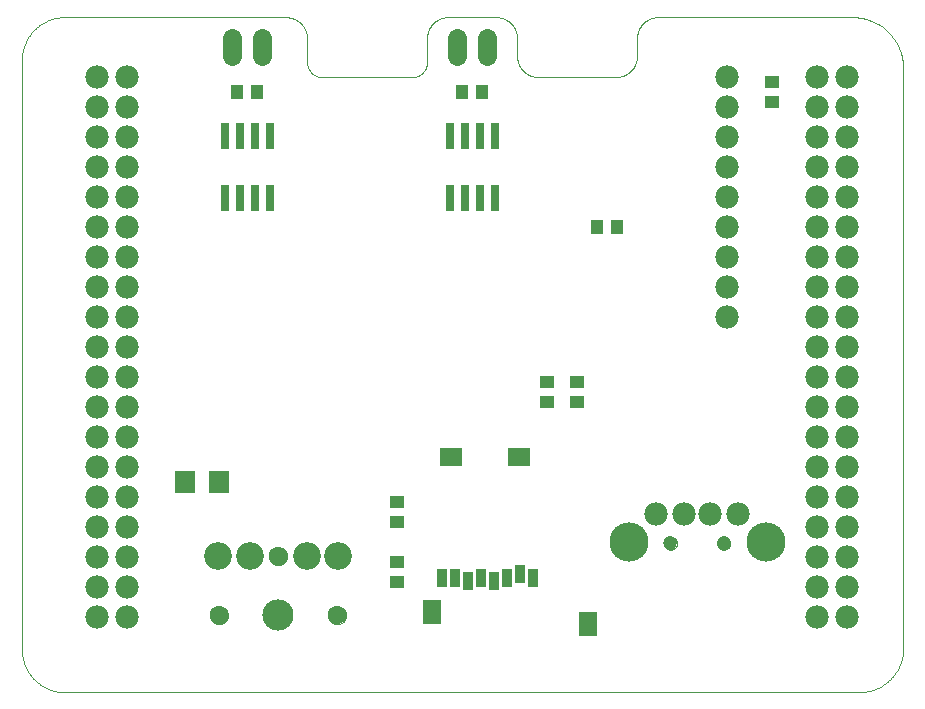
<source format=gts>
G75*
%MOIN*%
%OFA0B0*%
%FSLAX25Y25*%
%IPPOS*%
%LPD*%
%AMOC8*
5,1,8,0,0,1.08239X$1,22.5*
%
%ADD10C,0.00000*%
%ADD11C,0.07800*%
%ADD12R,0.03550X0.06306*%
%ADD13R,0.07487X0.05912*%
%ADD14R,0.05912X0.07880*%
%ADD15R,0.04731X0.04337*%
%ADD16R,0.04337X0.04731*%
%ADD17C,0.13061*%
%ADD18C,0.04731*%
%ADD19C,0.10400*%
%ADD20C,0.09258*%
%ADD21C,0.06306*%
%ADD22R,0.06699X0.07487*%
%ADD23R,0.02800X0.09100*%
%ADD24C,0.06337*%
D10*
X0015942Y0021479D02*
X0280916Y0021479D01*
X0280916Y0021478D02*
X0281268Y0021482D01*
X0281621Y0021495D01*
X0281972Y0021516D01*
X0282324Y0021546D01*
X0282674Y0021584D01*
X0283023Y0021631D01*
X0283371Y0021686D01*
X0283718Y0021750D01*
X0284063Y0021822D01*
X0284406Y0021902D01*
X0284748Y0021990D01*
X0285087Y0022087D01*
X0285423Y0022192D01*
X0285757Y0022305D01*
X0286088Y0022426D01*
X0286416Y0022555D01*
X0286741Y0022692D01*
X0287062Y0022836D01*
X0287380Y0022989D01*
X0287694Y0023149D01*
X0288004Y0023316D01*
X0288310Y0023491D01*
X0288612Y0023674D01*
X0288909Y0023863D01*
X0289201Y0024060D01*
X0289489Y0024263D01*
X0289771Y0024474D01*
X0290049Y0024691D01*
X0290321Y0024915D01*
X0290588Y0025146D01*
X0290849Y0025383D01*
X0291104Y0025626D01*
X0291353Y0025875D01*
X0291596Y0026130D01*
X0291833Y0026391D01*
X0292064Y0026658D01*
X0292288Y0026930D01*
X0292505Y0027208D01*
X0292716Y0027490D01*
X0292919Y0027778D01*
X0293116Y0028070D01*
X0293305Y0028367D01*
X0293488Y0028669D01*
X0293663Y0028975D01*
X0293830Y0029285D01*
X0293990Y0029599D01*
X0294143Y0029917D01*
X0294287Y0030238D01*
X0294424Y0030563D01*
X0294553Y0030891D01*
X0294674Y0031222D01*
X0294787Y0031556D01*
X0294892Y0031892D01*
X0294989Y0032231D01*
X0295077Y0032573D01*
X0295157Y0032916D01*
X0295229Y0033261D01*
X0295293Y0033608D01*
X0295348Y0033956D01*
X0295395Y0034305D01*
X0295433Y0034655D01*
X0295463Y0035007D01*
X0295484Y0035358D01*
X0295497Y0035711D01*
X0295501Y0036063D01*
X0295501Y0229508D01*
X0295496Y0229924D01*
X0295481Y0230339D01*
X0295455Y0230754D01*
X0295419Y0231168D01*
X0295374Y0231581D01*
X0295318Y0231993D01*
X0295252Y0232403D01*
X0295176Y0232812D01*
X0295090Y0233218D01*
X0294994Y0233623D01*
X0294888Y0234025D01*
X0294772Y0234424D01*
X0294647Y0234820D01*
X0294511Y0235213D01*
X0294367Y0235603D01*
X0294212Y0235989D01*
X0294049Y0236371D01*
X0293876Y0236748D01*
X0293693Y0237122D01*
X0293502Y0237491D01*
X0293302Y0237855D01*
X0293092Y0238214D01*
X0292874Y0238568D01*
X0292648Y0238916D01*
X0292413Y0239259D01*
X0292169Y0239596D01*
X0291918Y0239927D01*
X0291658Y0240251D01*
X0291391Y0240570D01*
X0291115Y0240881D01*
X0290833Y0241185D01*
X0290542Y0241483D01*
X0290245Y0241773D01*
X0289940Y0242056D01*
X0289629Y0242332D01*
X0289311Y0242599D01*
X0288987Y0242859D01*
X0288656Y0243111D01*
X0288319Y0243354D01*
X0287977Y0243590D01*
X0287628Y0243816D01*
X0287275Y0244035D01*
X0286916Y0244244D01*
X0286552Y0244444D01*
X0286183Y0244636D01*
X0285809Y0244818D01*
X0285431Y0244992D01*
X0285049Y0245155D01*
X0284664Y0245310D01*
X0284274Y0245455D01*
X0283881Y0245590D01*
X0283485Y0245716D01*
X0283086Y0245832D01*
X0282684Y0245938D01*
X0282280Y0246034D01*
X0281873Y0246120D01*
X0281465Y0246196D01*
X0281054Y0246263D01*
X0280642Y0246319D01*
X0280229Y0246365D01*
X0279815Y0246401D01*
X0279400Y0246426D01*
X0278985Y0246442D01*
X0278570Y0246447D01*
X0278569Y0246447D02*
X0213874Y0246476D01*
X0213704Y0246474D01*
X0213533Y0246468D01*
X0213362Y0246458D01*
X0213192Y0246443D01*
X0213022Y0246425D01*
X0212852Y0246402D01*
X0212684Y0246376D01*
X0212515Y0246345D01*
X0212348Y0246310D01*
X0212182Y0246271D01*
X0212016Y0246229D01*
X0211852Y0246182D01*
X0211688Y0246131D01*
X0211526Y0246076D01*
X0211366Y0246018D01*
X0211207Y0245955D01*
X0211049Y0245889D01*
X0210893Y0245819D01*
X0210739Y0245745D01*
X0210587Y0245667D01*
X0210436Y0245586D01*
X0210288Y0245501D01*
X0210142Y0245413D01*
X0209998Y0245321D01*
X0209856Y0245226D01*
X0209716Y0245127D01*
X0209579Y0245025D01*
X0209444Y0244920D01*
X0209312Y0244811D01*
X0209183Y0244699D01*
X0209056Y0244584D01*
X0208933Y0244466D01*
X0208812Y0244346D01*
X0208694Y0244222D01*
X0208579Y0244095D01*
X0208467Y0243966D01*
X0208358Y0243834D01*
X0208253Y0243699D01*
X0208151Y0243562D01*
X0208052Y0243423D01*
X0207957Y0243281D01*
X0207865Y0243137D01*
X0207776Y0242991D01*
X0207691Y0242842D01*
X0207610Y0242692D01*
X0207532Y0242540D01*
X0207459Y0242386D01*
X0207388Y0242230D01*
X0207322Y0242072D01*
X0207259Y0241913D01*
X0207201Y0241752D01*
X0207146Y0241591D01*
X0207095Y0241427D01*
X0207048Y0241263D01*
X0207005Y0241098D01*
X0206966Y0240931D01*
X0206932Y0240764D01*
X0206901Y0240596D01*
X0206874Y0240427D01*
X0206851Y0240257D01*
X0206833Y0240087D01*
X0206818Y0239917D01*
X0206808Y0239746D01*
X0206802Y0239576D01*
X0206800Y0239405D01*
X0206800Y0233550D01*
X0206798Y0233379D01*
X0206792Y0233208D01*
X0206781Y0233038D01*
X0206767Y0232868D01*
X0206748Y0232698D01*
X0206726Y0232528D01*
X0206699Y0232360D01*
X0206668Y0232191D01*
X0206633Y0232024D01*
X0206595Y0231858D01*
X0206552Y0231692D01*
X0206505Y0231528D01*
X0206454Y0231365D01*
X0206399Y0231203D01*
X0206340Y0231043D01*
X0206278Y0230884D01*
X0206212Y0230726D01*
X0206142Y0230570D01*
X0206068Y0230416D01*
X0205990Y0230264D01*
X0205909Y0230114D01*
X0205824Y0229965D01*
X0205736Y0229819D01*
X0205644Y0229675D01*
X0205548Y0229533D01*
X0205450Y0229394D01*
X0205347Y0229257D01*
X0205242Y0229122D01*
X0205133Y0228990D01*
X0205022Y0228861D01*
X0204907Y0228735D01*
X0204789Y0228611D01*
X0204668Y0228490D01*
X0204544Y0228372D01*
X0204418Y0228257D01*
X0204289Y0228146D01*
X0204157Y0228037D01*
X0204022Y0227932D01*
X0203885Y0227829D01*
X0203746Y0227731D01*
X0203604Y0227635D01*
X0203460Y0227543D01*
X0203314Y0227455D01*
X0203165Y0227370D01*
X0203015Y0227289D01*
X0202863Y0227211D01*
X0202709Y0227137D01*
X0202553Y0227067D01*
X0202395Y0227001D01*
X0202236Y0226939D01*
X0202076Y0226880D01*
X0201914Y0226825D01*
X0201751Y0226774D01*
X0201587Y0226727D01*
X0201421Y0226684D01*
X0201255Y0226646D01*
X0201088Y0226611D01*
X0200919Y0226580D01*
X0200751Y0226553D01*
X0200581Y0226531D01*
X0200411Y0226512D01*
X0200241Y0226498D01*
X0200071Y0226487D01*
X0199900Y0226481D01*
X0199729Y0226479D01*
X0173871Y0226479D01*
X0173700Y0226481D01*
X0173529Y0226487D01*
X0173359Y0226498D01*
X0173189Y0226512D01*
X0173019Y0226531D01*
X0172849Y0226553D01*
X0172681Y0226580D01*
X0172512Y0226611D01*
X0172345Y0226646D01*
X0172179Y0226684D01*
X0172013Y0226727D01*
X0171849Y0226774D01*
X0171686Y0226825D01*
X0171524Y0226880D01*
X0171364Y0226939D01*
X0171205Y0227001D01*
X0171047Y0227067D01*
X0170891Y0227137D01*
X0170737Y0227211D01*
X0170585Y0227289D01*
X0170435Y0227370D01*
X0170286Y0227455D01*
X0170140Y0227543D01*
X0169996Y0227635D01*
X0169854Y0227731D01*
X0169715Y0227829D01*
X0169578Y0227932D01*
X0169443Y0228037D01*
X0169311Y0228146D01*
X0169182Y0228257D01*
X0169056Y0228372D01*
X0168932Y0228490D01*
X0168811Y0228611D01*
X0168693Y0228735D01*
X0168578Y0228861D01*
X0168467Y0228990D01*
X0168358Y0229122D01*
X0168253Y0229257D01*
X0168150Y0229394D01*
X0168052Y0229533D01*
X0167956Y0229675D01*
X0167864Y0229819D01*
X0167776Y0229965D01*
X0167691Y0230114D01*
X0167610Y0230264D01*
X0167532Y0230416D01*
X0167458Y0230570D01*
X0167388Y0230726D01*
X0167322Y0230884D01*
X0167260Y0231043D01*
X0167201Y0231203D01*
X0167146Y0231365D01*
X0167095Y0231528D01*
X0167048Y0231692D01*
X0167005Y0231858D01*
X0166967Y0232024D01*
X0166932Y0232191D01*
X0166901Y0232360D01*
X0166874Y0232528D01*
X0166852Y0232698D01*
X0166833Y0232868D01*
X0166819Y0233038D01*
X0166808Y0233208D01*
X0166802Y0233379D01*
X0166800Y0233550D01*
X0166800Y0239408D01*
X0166798Y0239579D01*
X0166792Y0239750D01*
X0166781Y0239920D01*
X0166767Y0240090D01*
X0166748Y0240260D01*
X0166726Y0240430D01*
X0166699Y0240598D01*
X0166668Y0240767D01*
X0166633Y0240934D01*
X0166595Y0241100D01*
X0166552Y0241266D01*
X0166505Y0241430D01*
X0166454Y0241593D01*
X0166399Y0241755D01*
X0166340Y0241915D01*
X0166278Y0242074D01*
X0166212Y0242232D01*
X0166142Y0242388D01*
X0166068Y0242542D01*
X0165990Y0242694D01*
X0165909Y0242844D01*
X0165824Y0242993D01*
X0165736Y0243139D01*
X0165644Y0243283D01*
X0165548Y0243425D01*
X0165450Y0243564D01*
X0165347Y0243701D01*
X0165242Y0243836D01*
X0165133Y0243968D01*
X0165022Y0244097D01*
X0164907Y0244223D01*
X0164789Y0244347D01*
X0164668Y0244468D01*
X0164544Y0244586D01*
X0164418Y0244701D01*
X0164289Y0244812D01*
X0164157Y0244921D01*
X0164022Y0245026D01*
X0163885Y0245129D01*
X0163746Y0245227D01*
X0163604Y0245323D01*
X0163460Y0245415D01*
X0163314Y0245503D01*
X0163165Y0245588D01*
X0163015Y0245669D01*
X0162863Y0245747D01*
X0162709Y0245821D01*
X0162553Y0245891D01*
X0162395Y0245957D01*
X0162236Y0246019D01*
X0162076Y0246078D01*
X0161914Y0246133D01*
X0161751Y0246184D01*
X0161587Y0246231D01*
X0161421Y0246274D01*
X0161255Y0246312D01*
X0161088Y0246347D01*
X0160919Y0246378D01*
X0160751Y0246405D01*
X0160581Y0246427D01*
X0160411Y0246446D01*
X0160241Y0246460D01*
X0160071Y0246471D01*
X0159900Y0246477D01*
X0159729Y0246479D01*
X0143871Y0246479D01*
X0143700Y0246477D01*
X0143529Y0246471D01*
X0143359Y0246460D01*
X0143189Y0246446D01*
X0143019Y0246427D01*
X0142849Y0246405D01*
X0142681Y0246378D01*
X0142512Y0246347D01*
X0142345Y0246312D01*
X0142179Y0246274D01*
X0142013Y0246231D01*
X0141849Y0246184D01*
X0141686Y0246133D01*
X0141524Y0246078D01*
X0141364Y0246019D01*
X0141205Y0245957D01*
X0141047Y0245891D01*
X0140891Y0245821D01*
X0140737Y0245747D01*
X0140585Y0245669D01*
X0140435Y0245588D01*
X0140286Y0245503D01*
X0140140Y0245415D01*
X0139996Y0245323D01*
X0139854Y0245227D01*
X0139715Y0245129D01*
X0139578Y0245026D01*
X0139443Y0244921D01*
X0139311Y0244812D01*
X0139182Y0244701D01*
X0139056Y0244586D01*
X0138932Y0244468D01*
X0138811Y0244347D01*
X0138693Y0244223D01*
X0138578Y0244097D01*
X0138467Y0243968D01*
X0138358Y0243836D01*
X0138253Y0243701D01*
X0138150Y0243564D01*
X0138052Y0243425D01*
X0137956Y0243283D01*
X0137864Y0243139D01*
X0137776Y0242993D01*
X0137691Y0242844D01*
X0137610Y0242694D01*
X0137532Y0242542D01*
X0137458Y0242388D01*
X0137388Y0242232D01*
X0137322Y0242074D01*
X0137260Y0241915D01*
X0137201Y0241755D01*
X0137146Y0241593D01*
X0137095Y0241430D01*
X0137048Y0241266D01*
X0137005Y0241100D01*
X0136967Y0240934D01*
X0136932Y0240767D01*
X0136901Y0240598D01*
X0136874Y0240430D01*
X0136852Y0240260D01*
X0136833Y0240090D01*
X0136819Y0239920D01*
X0136808Y0239750D01*
X0136802Y0239579D01*
X0136800Y0239408D01*
X0136800Y0231479D01*
X0136798Y0231339D01*
X0136792Y0231199D01*
X0136782Y0231059D01*
X0136769Y0230919D01*
X0136751Y0230780D01*
X0136729Y0230641D01*
X0136704Y0230504D01*
X0136675Y0230366D01*
X0136642Y0230230D01*
X0136605Y0230095D01*
X0136564Y0229961D01*
X0136519Y0229828D01*
X0136471Y0229696D01*
X0136419Y0229566D01*
X0136364Y0229437D01*
X0136305Y0229310D01*
X0136242Y0229184D01*
X0136176Y0229060D01*
X0136107Y0228939D01*
X0136034Y0228819D01*
X0135957Y0228701D01*
X0135878Y0228586D01*
X0135795Y0228472D01*
X0135709Y0228362D01*
X0135620Y0228253D01*
X0135528Y0228147D01*
X0135433Y0228044D01*
X0135336Y0227943D01*
X0135235Y0227846D01*
X0135132Y0227751D01*
X0135026Y0227659D01*
X0134917Y0227570D01*
X0134807Y0227484D01*
X0134693Y0227401D01*
X0134578Y0227322D01*
X0134460Y0227245D01*
X0134340Y0227172D01*
X0134219Y0227103D01*
X0134095Y0227037D01*
X0133969Y0226974D01*
X0133842Y0226915D01*
X0133713Y0226860D01*
X0133583Y0226808D01*
X0133451Y0226760D01*
X0133318Y0226715D01*
X0133184Y0226674D01*
X0133049Y0226637D01*
X0132913Y0226604D01*
X0132775Y0226575D01*
X0132638Y0226550D01*
X0132499Y0226528D01*
X0132360Y0226510D01*
X0132220Y0226497D01*
X0132080Y0226487D01*
X0131940Y0226481D01*
X0131800Y0226479D01*
X0101800Y0226479D01*
X0101660Y0226481D01*
X0101520Y0226487D01*
X0101380Y0226497D01*
X0101240Y0226510D01*
X0101101Y0226528D01*
X0100962Y0226550D01*
X0100825Y0226575D01*
X0100687Y0226604D01*
X0100551Y0226637D01*
X0100416Y0226674D01*
X0100282Y0226715D01*
X0100149Y0226760D01*
X0100017Y0226808D01*
X0099887Y0226860D01*
X0099758Y0226915D01*
X0099631Y0226974D01*
X0099505Y0227037D01*
X0099381Y0227103D01*
X0099260Y0227172D01*
X0099140Y0227245D01*
X0099022Y0227322D01*
X0098907Y0227401D01*
X0098793Y0227484D01*
X0098683Y0227570D01*
X0098574Y0227659D01*
X0098468Y0227751D01*
X0098365Y0227846D01*
X0098264Y0227943D01*
X0098167Y0228044D01*
X0098072Y0228147D01*
X0097980Y0228253D01*
X0097891Y0228362D01*
X0097805Y0228472D01*
X0097722Y0228586D01*
X0097643Y0228701D01*
X0097566Y0228819D01*
X0097493Y0228939D01*
X0097424Y0229060D01*
X0097358Y0229184D01*
X0097295Y0229310D01*
X0097236Y0229437D01*
X0097181Y0229566D01*
X0097129Y0229696D01*
X0097081Y0229828D01*
X0097036Y0229961D01*
X0096995Y0230095D01*
X0096958Y0230230D01*
X0096925Y0230366D01*
X0096896Y0230504D01*
X0096871Y0230641D01*
X0096849Y0230780D01*
X0096831Y0230919D01*
X0096818Y0231059D01*
X0096808Y0231199D01*
X0096802Y0231339D01*
X0096800Y0231479D01*
X0096800Y0239396D01*
X0096798Y0239566D01*
X0096792Y0239736D01*
X0096781Y0239906D01*
X0096767Y0240076D01*
X0096749Y0240245D01*
X0096726Y0240414D01*
X0096699Y0240582D01*
X0096669Y0240749D01*
X0096634Y0240916D01*
X0096595Y0241082D01*
X0096553Y0241246D01*
X0096506Y0241410D01*
X0096455Y0241572D01*
X0096401Y0241734D01*
X0096342Y0241893D01*
X0096280Y0242052D01*
X0096214Y0242209D01*
X0096144Y0242364D01*
X0096071Y0242517D01*
X0095993Y0242669D01*
X0095912Y0242819D01*
X0095828Y0242967D01*
X0095740Y0243112D01*
X0095648Y0243256D01*
X0095553Y0243397D01*
X0095455Y0243536D01*
X0095353Y0243672D01*
X0095248Y0243806D01*
X0095140Y0243938D01*
X0095029Y0244066D01*
X0094914Y0244192D01*
X0094797Y0244316D01*
X0094677Y0244436D01*
X0094553Y0244553D01*
X0094427Y0244668D01*
X0094299Y0244779D01*
X0094167Y0244887D01*
X0094033Y0244992D01*
X0093897Y0245094D01*
X0093758Y0245192D01*
X0093617Y0245287D01*
X0093473Y0245379D01*
X0093328Y0245467D01*
X0093180Y0245551D01*
X0093030Y0245632D01*
X0092878Y0245710D01*
X0092725Y0245783D01*
X0092570Y0245853D01*
X0092413Y0245919D01*
X0092254Y0245981D01*
X0092095Y0246040D01*
X0091933Y0246094D01*
X0091771Y0246145D01*
X0091607Y0246192D01*
X0091443Y0246234D01*
X0091277Y0246273D01*
X0091110Y0246308D01*
X0090943Y0246338D01*
X0090775Y0246365D01*
X0090606Y0246388D01*
X0090437Y0246406D01*
X0090267Y0246420D01*
X0090097Y0246431D01*
X0089927Y0246437D01*
X0089757Y0246439D01*
X0015914Y0246439D01*
X0015573Y0246435D01*
X0015232Y0246423D01*
X0014892Y0246402D01*
X0014552Y0246373D01*
X0014213Y0246336D01*
X0013875Y0246291D01*
X0013538Y0246238D01*
X0013202Y0246176D01*
X0012868Y0246106D01*
X0012536Y0246029D01*
X0012206Y0245943D01*
X0011878Y0245850D01*
X0011553Y0245748D01*
X0011229Y0245639D01*
X0010909Y0245522D01*
X0010592Y0245397D01*
X0010277Y0245265D01*
X0009966Y0245125D01*
X0009659Y0244977D01*
X0009355Y0244822D01*
X0009055Y0244660D01*
X0008759Y0244491D01*
X0008467Y0244314D01*
X0008179Y0244131D01*
X0007896Y0243941D01*
X0007618Y0243743D01*
X0007345Y0243540D01*
X0007076Y0243329D01*
X0006813Y0243113D01*
X0006555Y0242889D01*
X0006302Y0242660D01*
X0006055Y0242425D01*
X0005814Y0242184D01*
X0005579Y0241937D01*
X0005350Y0241684D01*
X0005126Y0241426D01*
X0004910Y0241163D01*
X0004699Y0240894D01*
X0004496Y0240621D01*
X0004298Y0240343D01*
X0004108Y0240060D01*
X0003925Y0239772D01*
X0003748Y0239480D01*
X0003579Y0239184D01*
X0003417Y0238884D01*
X0003262Y0238580D01*
X0003114Y0238273D01*
X0002974Y0237962D01*
X0002842Y0237647D01*
X0002717Y0237330D01*
X0002600Y0237010D01*
X0002491Y0236686D01*
X0002389Y0236361D01*
X0002296Y0236033D01*
X0002210Y0235703D01*
X0002133Y0235371D01*
X0002063Y0235037D01*
X0002001Y0234701D01*
X0001948Y0234364D01*
X0001903Y0234026D01*
X0001866Y0233687D01*
X0001837Y0233347D01*
X0001816Y0233007D01*
X0001804Y0232666D01*
X0001800Y0232325D01*
X0001800Y0035621D01*
X0001804Y0035279D01*
X0001817Y0034938D01*
X0001837Y0034597D01*
X0001866Y0034256D01*
X0001903Y0033916D01*
X0001948Y0033578D01*
X0002002Y0033240D01*
X0002063Y0032904D01*
X0002133Y0032569D01*
X0002211Y0032237D01*
X0002297Y0031906D01*
X0002390Y0031577D01*
X0002492Y0031251D01*
X0002602Y0030927D01*
X0002719Y0030606D01*
X0002844Y0030288D01*
X0002977Y0029973D01*
X0003117Y0029662D01*
X0003265Y0029353D01*
X0003420Y0029049D01*
X0003582Y0028748D01*
X0003752Y0028452D01*
X0003929Y0028159D01*
X0004113Y0027871D01*
X0004303Y0027587D01*
X0004501Y0027309D01*
X0004705Y0027035D01*
X0004916Y0026765D01*
X0005133Y0026502D01*
X0005357Y0026243D01*
X0005586Y0025990D01*
X0005822Y0025743D01*
X0006064Y0025501D01*
X0006311Y0025265D01*
X0006564Y0025036D01*
X0006823Y0024812D01*
X0007086Y0024595D01*
X0007356Y0024384D01*
X0007630Y0024180D01*
X0007908Y0023982D01*
X0008192Y0023792D01*
X0008480Y0023608D01*
X0008773Y0023431D01*
X0009069Y0023261D01*
X0009370Y0023099D01*
X0009674Y0022944D01*
X0009983Y0022796D01*
X0010294Y0022656D01*
X0010609Y0022523D01*
X0010927Y0022398D01*
X0011248Y0022281D01*
X0011572Y0022171D01*
X0011898Y0022069D01*
X0012227Y0021976D01*
X0012558Y0021890D01*
X0012890Y0021812D01*
X0013225Y0021742D01*
X0013561Y0021681D01*
X0013899Y0021627D01*
X0014237Y0021582D01*
X0014577Y0021545D01*
X0014918Y0021516D01*
X0015259Y0021496D01*
X0015600Y0021483D01*
X0015942Y0021479D01*
X0064556Y0047109D02*
X0064558Y0047217D01*
X0064564Y0047326D01*
X0064574Y0047434D01*
X0064588Y0047541D01*
X0064606Y0047648D01*
X0064627Y0047755D01*
X0064653Y0047860D01*
X0064683Y0047965D01*
X0064716Y0048068D01*
X0064753Y0048170D01*
X0064794Y0048270D01*
X0064838Y0048369D01*
X0064887Y0048467D01*
X0064938Y0048562D01*
X0064993Y0048655D01*
X0065052Y0048747D01*
X0065114Y0048836D01*
X0065179Y0048923D01*
X0065247Y0049007D01*
X0065318Y0049089D01*
X0065392Y0049168D01*
X0065469Y0049244D01*
X0065549Y0049318D01*
X0065632Y0049388D01*
X0065717Y0049456D01*
X0065804Y0049520D01*
X0065894Y0049581D01*
X0065986Y0049639D01*
X0066080Y0049693D01*
X0066176Y0049744D01*
X0066273Y0049791D01*
X0066373Y0049835D01*
X0066474Y0049875D01*
X0066576Y0049911D01*
X0066679Y0049943D01*
X0066784Y0049972D01*
X0066890Y0049996D01*
X0066996Y0050017D01*
X0067103Y0050034D01*
X0067211Y0050047D01*
X0067319Y0050056D01*
X0067428Y0050061D01*
X0067536Y0050062D01*
X0067645Y0050059D01*
X0067753Y0050052D01*
X0067861Y0050041D01*
X0067968Y0050026D01*
X0068075Y0050007D01*
X0068181Y0049984D01*
X0068286Y0049958D01*
X0068391Y0049927D01*
X0068493Y0049893D01*
X0068595Y0049855D01*
X0068695Y0049813D01*
X0068794Y0049768D01*
X0068891Y0049719D01*
X0068985Y0049666D01*
X0069078Y0049610D01*
X0069169Y0049551D01*
X0069258Y0049488D01*
X0069344Y0049423D01*
X0069428Y0049354D01*
X0069509Y0049282D01*
X0069587Y0049207D01*
X0069663Y0049129D01*
X0069736Y0049048D01*
X0069806Y0048965D01*
X0069872Y0048880D01*
X0069936Y0048792D01*
X0069996Y0048701D01*
X0070053Y0048609D01*
X0070106Y0048514D01*
X0070156Y0048418D01*
X0070202Y0048320D01*
X0070245Y0048220D01*
X0070284Y0048119D01*
X0070319Y0048016D01*
X0070351Y0047913D01*
X0070378Y0047808D01*
X0070402Y0047702D01*
X0070422Y0047595D01*
X0070438Y0047488D01*
X0070450Y0047380D01*
X0070458Y0047272D01*
X0070462Y0047163D01*
X0070462Y0047055D01*
X0070458Y0046946D01*
X0070450Y0046838D01*
X0070438Y0046730D01*
X0070422Y0046623D01*
X0070402Y0046516D01*
X0070378Y0046410D01*
X0070351Y0046305D01*
X0070319Y0046202D01*
X0070284Y0046099D01*
X0070245Y0045998D01*
X0070202Y0045898D01*
X0070156Y0045800D01*
X0070106Y0045704D01*
X0070053Y0045609D01*
X0069996Y0045517D01*
X0069936Y0045426D01*
X0069872Y0045338D01*
X0069806Y0045253D01*
X0069736Y0045170D01*
X0069663Y0045089D01*
X0069587Y0045011D01*
X0069509Y0044936D01*
X0069428Y0044864D01*
X0069344Y0044795D01*
X0069258Y0044730D01*
X0069169Y0044667D01*
X0069078Y0044608D01*
X0068986Y0044552D01*
X0068891Y0044499D01*
X0068794Y0044450D01*
X0068695Y0044405D01*
X0068595Y0044363D01*
X0068493Y0044325D01*
X0068391Y0044291D01*
X0068286Y0044260D01*
X0068181Y0044234D01*
X0068075Y0044211D01*
X0067968Y0044192D01*
X0067861Y0044177D01*
X0067753Y0044166D01*
X0067645Y0044159D01*
X0067536Y0044156D01*
X0067428Y0044157D01*
X0067319Y0044162D01*
X0067211Y0044171D01*
X0067103Y0044184D01*
X0066996Y0044201D01*
X0066890Y0044222D01*
X0066784Y0044246D01*
X0066679Y0044275D01*
X0066576Y0044307D01*
X0066474Y0044343D01*
X0066373Y0044383D01*
X0066273Y0044427D01*
X0066176Y0044474D01*
X0066080Y0044525D01*
X0065986Y0044579D01*
X0065894Y0044637D01*
X0065804Y0044698D01*
X0065717Y0044762D01*
X0065632Y0044830D01*
X0065549Y0044900D01*
X0065469Y0044974D01*
X0065392Y0045050D01*
X0065318Y0045129D01*
X0065247Y0045211D01*
X0065179Y0045295D01*
X0065114Y0045382D01*
X0065052Y0045471D01*
X0064993Y0045563D01*
X0064938Y0045656D01*
X0064887Y0045751D01*
X0064838Y0045849D01*
X0064794Y0045948D01*
X0064753Y0046048D01*
X0064716Y0046150D01*
X0064683Y0046253D01*
X0064653Y0046358D01*
X0064627Y0046463D01*
X0064606Y0046570D01*
X0064588Y0046677D01*
X0064574Y0046784D01*
X0064564Y0046892D01*
X0064558Y0047001D01*
X0064556Y0047109D01*
X0084241Y0066794D02*
X0084243Y0066902D01*
X0084249Y0067011D01*
X0084259Y0067119D01*
X0084273Y0067226D01*
X0084291Y0067333D01*
X0084312Y0067440D01*
X0084338Y0067545D01*
X0084368Y0067650D01*
X0084401Y0067753D01*
X0084438Y0067855D01*
X0084479Y0067955D01*
X0084523Y0068054D01*
X0084572Y0068152D01*
X0084623Y0068247D01*
X0084678Y0068340D01*
X0084737Y0068432D01*
X0084799Y0068521D01*
X0084864Y0068608D01*
X0084932Y0068692D01*
X0085003Y0068774D01*
X0085077Y0068853D01*
X0085154Y0068929D01*
X0085234Y0069003D01*
X0085317Y0069073D01*
X0085402Y0069141D01*
X0085489Y0069205D01*
X0085579Y0069266D01*
X0085671Y0069324D01*
X0085765Y0069378D01*
X0085861Y0069429D01*
X0085958Y0069476D01*
X0086058Y0069520D01*
X0086159Y0069560D01*
X0086261Y0069596D01*
X0086364Y0069628D01*
X0086469Y0069657D01*
X0086575Y0069681D01*
X0086681Y0069702D01*
X0086788Y0069719D01*
X0086896Y0069732D01*
X0087004Y0069741D01*
X0087113Y0069746D01*
X0087221Y0069747D01*
X0087330Y0069744D01*
X0087438Y0069737D01*
X0087546Y0069726D01*
X0087653Y0069711D01*
X0087760Y0069692D01*
X0087866Y0069669D01*
X0087971Y0069643D01*
X0088076Y0069612D01*
X0088178Y0069578D01*
X0088280Y0069540D01*
X0088380Y0069498D01*
X0088479Y0069453D01*
X0088576Y0069404D01*
X0088670Y0069351D01*
X0088763Y0069295D01*
X0088854Y0069236D01*
X0088943Y0069173D01*
X0089029Y0069108D01*
X0089113Y0069039D01*
X0089194Y0068967D01*
X0089272Y0068892D01*
X0089348Y0068814D01*
X0089421Y0068733D01*
X0089491Y0068650D01*
X0089557Y0068565D01*
X0089621Y0068477D01*
X0089681Y0068386D01*
X0089738Y0068294D01*
X0089791Y0068199D01*
X0089841Y0068103D01*
X0089887Y0068005D01*
X0089930Y0067905D01*
X0089969Y0067804D01*
X0090004Y0067701D01*
X0090036Y0067598D01*
X0090063Y0067493D01*
X0090087Y0067387D01*
X0090107Y0067280D01*
X0090123Y0067173D01*
X0090135Y0067065D01*
X0090143Y0066957D01*
X0090147Y0066848D01*
X0090147Y0066740D01*
X0090143Y0066631D01*
X0090135Y0066523D01*
X0090123Y0066415D01*
X0090107Y0066308D01*
X0090087Y0066201D01*
X0090063Y0066095D01*
X0090036Y0065990D01*
X0090004Y0065887D01*
X0089969Y0065784D01*
X0089930Y0065683D01*
X0089887Y0065583D01*
X0089841Y0065485D01*
X0089791Y0065389D01*
X0089738Y0065294D01*
X0089681Y0065202D01*
X0089621Y0065111D01*
X0089557Y0065023D01*
X0089491Y0064938D01*
X0089421Y0064855D01*
X0089348Y0064774D01*
X0089272Y0064696D01*
X0089194Y0064621D01*
X0089113Y0064549D01*
X0089029Y0064480D01*
X0088943Y0064415D01*
X0088854Y0064352D01*
X0088763Y0064293D01*
X0088671Y0064237D01*
X0088576Y0064184D01*
X0088479Y0064135D01*
X0088380Y0064090D01*
X0088280Y0064048D01*
X0088178Y0064010D01*
X0088076Y0063976D01*
X0087971Y0063945D01*
X0087866Y0063919D01*
X0087760Y0063896D01*
X0087653Y0063877D01*
X0087546Y0063862D01*
X0087438Y0063851D01*
X0087330Y0063844D01*
X0087221Y0063841D01*
X0087113Y0063842D01*
X0087004Y0063847D01*
X0086896Y0063856D01*
X0086788Y0063869D01*
X0086681Y0063886D01*
X0086575Y0063907D01*
X0086469Y0063931D01*
X0086364Y0063960D01*
X0086261Y0063992D01*
X0086159Y0064028D01*
X0086058Y0064068D01*
X0085958Y0064112D01*
X0085861Y0064159D01*
X0085765Y0064210D01*
X0085671Y0064264D01*
X0085579Y0064322D01*
X0085489Y0064383D01*
X0085402Y0064447D01*
X0085317Y0064515D01*
X0085234Y0064585D01*
X0085154Y0064659D01*
X0085077Y0064735D01*
X0085003Y0064814D01*
X0084932Y0064896D01*
X0084864Y0064980D01*
X0084799Y0065067D01*
X0084737Y0065156D01*
X0084678Y0065248D01*
X0084623Y0065341D01*
X0084572Y0065436D01*
X0084523Y0065534D01*
X0084479Y0065633D01*
X0084438Y0065733D01*
X0084401Y0065835D01*
X0084368Y0065938D01*
X0084338Y0066043D01*
X0084312Y0066148D01*
X0084291Y0066255D01*
X0084273Y0066362D01*
X0084259Y0066469D01*
X0084249Y0066577D01*
X0084243Y0066686D01*
X0084241Y0066794D01*
X0103926Y0047109D02*
X0103928Y0047217D01*
X0103934Y0047326D01*
X0103944Y0047434D01*
X0103958Y0047541D01*
X0103976Y0047648D01*
X0103997Y0047755D01*
X0104023Y0047860D01*
X0104053Y0047965D01*
X0104086Y0048068D01*
X0104123Y0048170D01*
X0104164Y0048270D01*
X0104208Y0048369D01*
X0104257Y0048467D01*
X0104308Y0048562D01*
X0104363Y0048655D01*
X0104422Y0048747D01*
X0104484Y0048836D01*
X0104549Y0048923D01*
X0104617Y0049007D01*
X0104688Y0049089D01*
X0104762Y0049168D01*
X0104839Y0049244D01*
X0104919Y0049318D01*
X0105002Y0049388D01*
X0105087Y0049456D01*
X0105174Y0049520D01*
X0105264Y0049581D01*
X0105356Y0049639D01*
X0105450Y0049693D01*
X0105546Y0049744D01*
X0105643Y0049791D01*
X0105743Y0049835D01*
X0105844Y0049875D01*
X0105946Y0049911D01*
X0106049Y0049943D01*
X0106154Y0049972D01*
X0106260Y0049996D01*
X0106366Y0050017D01*
X0106473Y0050034D01*
X0106581Y0050047D01*
X0106689Y0050056D01*
X0106798Y0050061D01*
X0106906Y0050062D01*
X0107015Y0050059D01*
X0107123Y0050052D01*
X0107231Y0050041D01*
X0107338Y0050026D01*
X0107445Y0050007D01*
X0107551Y0049984D01*
X0107656Y0049958D01*
X0107761Y0049927D01*
X0107863Y0049893D01*
X0107965Y0049855D01*
X0108065Y0049813D01*
X0108164Y0049768D01*
X0108261Y0049719D01*
X0108355Y0049666D01*
X0108448Y0049610D01*
X0108539Y0049551D01*
X0108628Y0049488D01*
X0108714Y0049423D01*
X0108798Y0049354D01*
X0108879Y0049282D01*
X0108957Y0049207D01*
X0109033Y0049129D01*
X0109106Y0049048D01*
X0109176Y0048965D01*
X0109242Y0048880D01*
X0109306Y0048792D01*
X0109366Y0048701D01*
X0109423Y0048609D01*
X0109476Y0048514D01*
X0109526Y0048418D01*
X0109572Y0048320D01*
X0109615Y0048220D01*
X0109654Y0048119D01*
X0109689Y0048016D01*
X0109721Y0047913D01*
X0109748Y0047808D01*
X0109772Y0047702D01*
X0109792Y0047595D01*
X0109808Y0047488D01*
X0109820Y0047380D01*
X0109828Y0047272D01*
X0109832Y0047163D01*
X0109832Y0047055D01*
X0109828Y0046946D01*
X0109820Y0046838D01*
X0109808Y0046730D01*
X0109792Y0046623D01*
X0109772Y0046516D01*
X0109748Y0046410D01*
X0109721Y0046305D01*
X0109689Y0046202D01*
X0109654Y0046099D01*
X0109615Y0045998D01*
X0109572Y0045898D01*
X0109526Y0045800D01*
X0109476Y0045704D01*
X0109423Y0045609D01*
X0109366Y0045517D01*
X0109306Y0045426D01*
X0109242Y0045338D01*
X0109176Y0045253D01*
X0109106Y0045170D01*
X0109033Y0045089D01*
X0108957Y0045011D01*
X0108879Y0044936D01*
X0108798Y0044864D01*
X0108714Y0044795D01*
X0108628Y0044730D01*
X0108539Y0044667D01*
X0108448Y0044608D01*
X0108356Y0044552D01*
X0108261Y0044499D01*
X0108164Y0044450D01*
X0108065Y0044405D01*
X0107965Y0044363D01*
X0107863Y0044325D01*
X0107761Y0044291D01*
X0107656Y0044260D01*
X0107551Y0044234D01*
X0107445Y0044211D01*
X0107338Y0044192D01*
X0107231Y0044177D01*
X0107123Y0044166D01*
X0107015Y0044159D01*
X0106906Y0044156D01*
X0106798Y0044157D01*
X0106689Y0044162D01*
X0106581Y0044171D01*
X0106473Y0044184D01*
X0106366Y0044201D01*
X0106260Y0044222D01*
X0106154Y0044246D01*
X0106049Y0044275D01*
X0105946Y0044307D01*
X0105844Y0044343D01*
X0105743Y0044383D01*
X0105643Y0044427D01*
X0105546Y0044474D01*
X0105450Y0044525D01*
X0105356Y0044579D01*
X0105264Y0044637D01*
X0105174Y0044698D01*
X0105087Y0044762D01*
X0105002Y0044830D01*
X0104919Y0044900D01*
X0104839Y0044974D01*
X0104762Y0045050D01*
X0104688Y0045129D01*
X0104617Y0045211D01*
X0104549Y0045295D01*
X0104484Y0045382D01*
X0104422Y0045471D01*
X0104363Y0045563D01*
X0104308Y0045656D01*
X0104257Y0045751D01*
X0104208Y0045849D01*
X0104164Y0045948D01*
X0104123Y0046048D01*
X0104086Y0046150D01*
X0104053Y0046253D01*
X0104023Y0046358D01*
X0103997Y0046463D01*
X0103976Y0046570D01*
X0103958Y0046677D01*
X0103944Y0046784D01*
X0103934Y0046892D01*
X0103928Y0047001D01*
X0103926Y0047109D01*
X0215777Y0071085D02*
X0215779Y0071178D01*
X0215785Y0071270D01*
X0215795Y0071362D01*
X0215809Y0071453D01*
X0215826Y0071544D01*
X0215848Y0071634D01*
X0215873Y0071723D01*
X0215902Y0071811D01*
X0215935Y0071897D01*
X0215972Y0071982D01*
X0216012Y0072066D01*
X0216056Y0072147D01*
X0216103Y0072227D01*
X0216153Y0072305D01*
X0216207Y0072380D01*
X0216264Y0072453D01*
X0216324Y0072523D01*
X0216387Y0072591D01*
X0216453Y0072656D01*
X0216521Y0072718D01*
X0216592Y0072778D01*
X0216666Y0072834D01*
X0216742Y0072887D01*
X0216820Y0072936D01*
X0216900Y0072983D01*
X0216982Y0073025D01*
X0217066Y0073065D01*
X0217151Y0073100D01*
X0217238Y0073132D01*
X0217326Y0073161D01*
X0217415Y0073185D01*
X0217505Y0073206D01*
X0217596Y0073222D01*
X0217688Y0073235D01*
X0217780Y0073244D01*
X0217873Y0073249D01*
X0217965Y0073250D01*
X0218058Y0073247D01*
X0218150Y0073240D01*
X0218242Y0073229D01*
X0218333Y0073214D01*
X0218424Y0073196D01*
X0218514Y0073173D01*
X0218602Y0073147D01*
X0218690Y0073117D01*
X0218776Y0073083D01*
X0218860Y0073046D01*
X0218943Y0073004D01*
X0219024Y0072960D01*
X0219104Y0072912D01*
X0219181Y0072861D01*
X0219255Y0072806D01*
X0219328Y0072748D01*
X0219398Y0072688D01*
X0219465Y0072624D01*
X0219529Y0072558D01*
X0219591Y0072488D01*
X0219649Y0072417D01*
X0219704Y0072343D01*
X0219756Y0072266D01*
X0219805Y0072187D01*
X0219851Y0072107D01*
X0219893Y0072024D01*
X0219931Y0071940D01*
X0219966Y0071854D01*
X0219997Y0071767D01*
X0220024Y0071679D01*
X0220047Y0071589D01*
X0220067Y0071499D01*
X0220083Y0071408D01*
X0220095Y0071316D01*
X0220103Y0071224D01*
X0220107Y0071131D01*
X0220107Y0071039D01*
X0220103Y0070946D01*
X0220095Y0070854D01*
X0220083Y0070762D01*
X0220067Y0070671D01*
X0220047Y0070581D01*
X0220024Y0070491D01*
X0219997Y0070403D01*
X0219966Y0070316D01*
X0219931Y0070230D01*
X0219893Y0070146D01*
X0219851Y0070063D01*
X0219805Y0069983D01*
X0219756Y0069904D01*
X0219704Y0069827D01*
X0219649Y0069753D01*
X0219591Y0069682D01*
X0219529Y0069612D01*
X0219465Y0069546D01*
X0219398Y0069482D01*
X0219328Y0069422D01*
X0219255Y0069364D01*
X0219181Y0069309D01*
X0219104Y0069258D01*
X0219025Y0069210D01*
X0218943Y0069166D01*
X0218860Y0069124D01*
X0218776Y0069087D01*
X0218690Y0069053D01*
X0218602Y0069023D01*
X0218514Y0068997D01*
X0218424Y0068974D01*
X0218333Y0068956D01*
X0218242Y0068941D01*
X0218150Y0068930D01*
X0218058Y0068923D01*
X0217965Y0068920D01*
X0217873Y0068921D01*
X0217780Y0068926D01*
X0217688Y0068935D01*
X0217596Y0068948D01*
X0217505Y0068964D01*
X0217415Y0068985D01*
X0217326Y0069009D01*
X0217238Y0069038D01*
X0217151Y0069070D01*
X0217066Y0069105D01*
X0216982Y0069145D01*
X0216900Y0069187D01*
X0216820Y0069234D01*
X0216742Y0069283D01*
X0216666Y0069336D01*
X0216592Y0069392D01*
X0216521Y0069452D01*
X0216453Y0069514D01*
X0216387Y0069579D01*
X0216324Y0069647D01*
X0216264Y0069717D01*
X0216207Y0069790D01*
X0216153Y0069865D01*
X0216103Y0069943D01*
X0216056Y0070023D01*
X0216012Y0070104D01*
X0215972Y0070188D01*
X0215935Y0070273D01*
X0215902Y0070359D01*
X0215873Y0070447D01*
X0215848Y0070536D01*
X0215826Y0070626D01*
X0215809Y0070717D01*
X0215795Y0070808D01*
X0215785Y0070900D01*
X0215779Y0070992D01*
X0215777Y0071085D01*
X0233493Y0071085D02*
X0233495Y0071178D01*
X0233501Y0071270D01*
X0233511Y0071362D01*
X0233525Y0071453D01*
X0233542Y0071544D01*
X0233564Y0071634D01*
X0233589Y0071723D01*
X0233618Y0071811D01*
X0233651Y0071897D01*
X0233688Y0071982D01*
X0233728Y0072066D01*
X0233772Y0072147D01*
X0233819Y0072227D01*
X0233869Y0072305D01*
X0233923Y0072380D01*
X0233980Y0072453D01*
X0234040Y0072523D01*
X0234103Y0072591D01*
X0234169Y0072656D01*
X0234237Y0072718D01*
X0234308Y0072778D01*
X0234382Y0072834D01*
X0234458Y0072887D01*
X0234536Y0072936D01*
X0234616Y0072983D01*
X0234698Y0073025D01*
X0234782Y0073065D01*
X0234867Y0073100D01*
X0234954Y0073132D01*
X0235042Y0073161D01*
X0235131Y0073185D01*
X0235221Y0073206D01*
X0235312Y0073222D01*
X0235404Y0073235D01*
X0235496Y0073244D01*
X0235589Y0073249D01*
X0235681Y0073250D01*
X0235774Y0073247D01*
X0235866Y0073240D01*
X0235958Y0073229D01*
X0236049Y0073214D01*
X0236140Y0073196D01*
X0236230Y0073173D01*
X0236318Y0073147D01*
X0236406Y0073117D01*
X0236492Y0073083D01*
X0236576Y0073046D01*
X0236659Y0073004D01*
X0236740Y0072960D01*
X0236820Y0072912D01*
X0236897Y0072861D01*
X0236971Y0072806D01*
X0237044Y0072748D01*
X0237114Y0072688D01*
X0237181Y0072624D01*
X0237245Y0072558D01*
X0237307Y0072488D01*
X0237365Y0072417D01*
X0237420Y0072343D01*
X0237472Y0072266D01*
X0237521Y0072187D01*
X0237567Y0072107D01*
X0237609Y0072024D01*
X0237647Y0071940D01*
X0237682Y0071854D01*
X0237713Y0071767D01*
X0237740Y0071679D01*
X0237763Y0071589D01*
X0237783Y0071499D01*
X0237799Y0071408D01*
X0237811Y0071316D01*
X0237819Y0071224D01*
X0237823Y0071131D01*
X0237823Y0071039D01*
X0237819Y0070946D01*
X0237811Y0070854D01*
X0237799Y0070762D01*
X0237783Y0070671D01*
X0237763Y0070581D01*
X0237740Y0070491D01*
X0237713Y0070403D01*
X0237682Y0070316D01*
X0237647Y0070230D01*
X0237609Y0070146D01*
X0237567Y0070063D01*
X0237521Y0069983D01*
X0237472Y0069904D01*
X0237420Y0069827D01*
X0237365Y0069753D01*
X0237307Y0069682D01*
X0237245Y0069612D01*
X0237181Y0069546D01*
X0237114Y0069482D01*
X0237044Y0069422D01*
X0236971Y0069364D01*
X0236897Y0069309D01*
X0236820Y0069258D01*
X0236741Y0069210D01*
X0236659Y0069166D01*
X0236576Y0069124D01*
X0236492Y0069087D01*
X0236406Y0069053D01*
X0236318Y0069023D01*
X0236230Y0068997D01*
X0236140Y0068974D01*
X0236049Y0068956D01*
X0235958Y0068941D01*
X0235866Y0068930D01*
X0235774Y0068923D01*
X0235681Y0068920D01*
X0235589Y0068921D01*
X0235496Y0068926D01*
X0235404Y0068935D01*
X0235312Y0068948D01*
X0235221Y0068964D01*
X0235131Y0068985D01*
X0235042Y0069009D01*
X0234954Y0069038D01*
X0234867Y0069070D01*
X0234782Y0069105D01*
X0234698Y0069145D01*
X0234616Y0069187D01*
X0234536Y0069234D01*
X0234458Y0069283D01*
X0234382Y0069336D01*
X0234308Y0069392D01*
X0234237Y0069452D01*
X0234169Y0069514D01*
X0234103Y0069579D01*
X0234040Y0069647D01*
X0233980Y0069717D01*
X0233923Y0069790D01*
X0233869Y0069865D01*
X0233819Y0069943D01*
X0233772Y0070023D01*
X0233728Y0070104D01*
X0233688Y0070188D01*
X0233651Y0070273D01*
X0233618Y0070359D01*
X0233589Y0070447D01*
X0233564Y0070536D01*
X0233542Y0070626D01*
X0233525Y0070717D01*
X0233511Y0070808D01*
X0233501Y0070900D01*
X0233495Y0070992D01*
X0233493Y0071085D01*
D11*
X0231237Y0080928D03*
X0222363Y0080928D03*
X0213020Y0080928D03*
X0240580Y0080928D03*
X0266800Y0076479D03*
X0276800Y0076479D03*
X0276800Y0086479D03*
X0266800Y0086479D03*
X0266800Y0096479D03*
X0276800Y0096479D03*
X0276800Y0106479D03*
X0266800Y0106479D03*
X0266800Y0116479D03*
X0276800Y0116479D03*
X0276800Y0126479D03*
X0266800Y0126479D03*
X0266800Y0136479D03*
X0276800Y0136479D03*
X0276800Y0146479D03*
X0266800Y0146479D03*
X0266800Y0156479D03*
X0276800Y0156479D03*
X0276800Y0166479D03*
X0266800Y0166479D03*
X0266800Y0176479D03*
X0276800Y0176479D03*
X0276800Y0186479D03*
X0266800Y0186479D03*
X0266800Y0196479D03*
X0276800Y0196479D03*
X0276800Y0206479D03*
X0266800Y0206479D03*
X0266800Y0216479D03*
X0276800Y0216479D03*
X0276800Y0226479D03*
X0266800Y0226479D03*
X0236800Y0226479D03*
X0236800Y0216479D03*
X0236800Y0206479D03*
X0236800Y0196479D03*
X0236800Y0186479D03*
X0236800Y0176479D03*
X0236800Y0166479D03*
X0236800Y0156479D03*
X0236800Y0146479D03*
X0266800Y0066479D03*
X0276800Y0066479D03*
X0276800Y0056479D03*
X0266800Y0056479D03*
X0266800Y0046479D03*
X0276800Y0046479D03*
X0036800Y0046479D03*
X0036800Y0056479D03*
X0036800Y0066479D03*
X0036800Y0076479D03*
X0036800Y0086479D03*
X0036800Y0096479D03*
X0036800Y0106479D03*
X0036800Y0116479D03*
X0036800Y0126479D03*
X0036800Y0136479D03*
X0036800Y0146479D03*
X0036800Y0156479D03*
X0036800Y0166479D03*
X0036800Y0176479D03*
X0036800Y0186479D03*
X0036800Y0196479D03*
X0036800Y0206479D03*
X0036800Y0216479D03*
X0036800Y0226479D03*
X0026800Y0226479D03*
X0026800Y0216479D03*
X0026800Y0206479D03*
X0026800Y0196479D03*
X0026800Y0186479D03*
X0026800Y0176479D03*
X0026800Y0166479D03*
X0026800Y0156479D03*
X0026800Y0146479D03*
X0026800Y0136479D03*
X0026800Y0126479D03*
X0026800Y0116479D03*
X0026800Y0106479D03*
X0026800Y0096479D03*
X0026800Y0086479D03*
X0026800Y0076479D03*
X0026800Y0066479D03*
X0026800Y0056479D03*
X0026800Y0046479D03*
D12*
X0141682Y0059353D03*
X0146013Y0059353D03*
X0150343Y0058565D03*
X0154674Y0059353D03*
X0159005Y0058565D03*
X0163335Y0059353D03*
X0167666Y0060928D03*
X0171997Y0059353D03*
D13*
X0167312Y0099904D03*
X0144871Y0099904D03*
D14*
X0138572Y0048132D03*
X0190343Y0044195D03*
D15*
X0126800Y0058132D03*
X0126800Y0064825D03*
X0126800Y0078132D03*
X0126800Y0084825D03*
X0176800Y0118132D03*
X0176800Y0124825D03*
X0186800Y0124825D03*
X0186800Y0118132D03*
X0251800Y0218132D03*
X0251800Y0224825D03*
D16*
X0200146Y0176479D03*
X0193454Y0176479D03*
X0155146Y0221479D03*
X0148454Y0221479D03*
X0080146Y0221479D03*
X0073454Y0221479D03*
D17*
X0203965Y0071479D03*
X0249635Y0071479D03*
D18*
X0235658Y0071085D03*
X0217942Y0071085D03*
D19*
X0087194Y0047109D03*
D20*
X0096643Y0066794D03*
X0107272Y0066794D03*
X0077745Y0066794D03*
X0067115Y0066794D03*
D21*
X0087194Y0066794D03*
X0106879Y0047109D03*
X0067509Y0047109D03*
D22*
X0067312Y0091479D03*
X0056288Y0091479D03*
D23*
X0069300Y0186179D03*
X0074300Y0186179D03*
X0079300Y0186179D03*
X0084300Y0186179D03*
X0084300Y0206779D03*
X0079300Y0206779D03*
X0074300Y0206779D03*
X0069300Y0206779D03*
X0144300Y0206779D03*
X0149300Y0206779D03*
X0154300Y0206779D03*
X0159300Y0206779D03*
X0159300Y0186179D03*
X0154300Y0186179D03*
X0149300Y0186179D03*
X0144300Y0186179D03*
D24*
X0146800Y0233510D02*
X0146800Y0239447D01*
X0156800Y0239447D02*
X0156800Y0233510D01*
X0081800Y0233510D02*
X0081800Y0239447D01*
X0071800Y0239447D02*
X0071800Y0233510D01*
M02*

</source>
